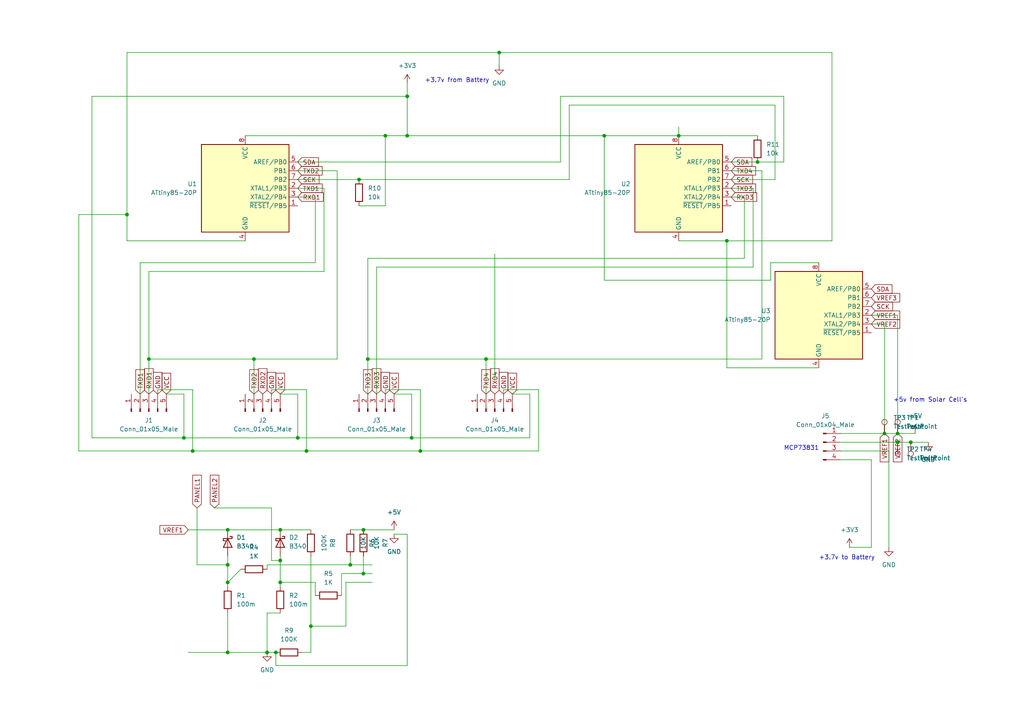
<source format=kicad_sch>
(kicad_sch (version 20211123) (generator eeschema)
  (paper "A4")
  (lib_symbols
    (symbol "Connector:Conn_01x04_Male" (pin_names (offset 1.016) hide)
      (property "Reference" "J" (at 0 5.08 0))
      (property "Value" "Conn_01x04_Male" (at 0 -7.62 0))
      (symbol "Conn_01x04_Male_1_1"
        (polyline (pts (xy 1.27 -5.08) (xy 0.8636 -5.08)) (stroke (width 0.1524)))
        (polyline (pts (xy 1.27 -2.54) (xy 0.8636 -2.54)) (stroke (width 0.1524)))
        (polyline (pts (xy 1.27 0) (xy 0.8636 0)) (stroke (width 0.1524)))
        (polyline (pts (xy 1.27 2.54) (xy 0.8636 2.54)) (stroke (width 0.1524)))
        (rectangle (start 0.8636 -4.953) (end 0 -5.207) (stroke (width 0.1524)) (fill (type outline)))
        (rectangle (start 0.8636 -2.413) (end 0 -2.667) (stroke (width 0.1524)) (fill (type outline)))
        (rectangle (start 0.8636 0.127) (end 0 -0.127) (stroke (width 0.1524)) (fill (type outline)))
        (rectangle (start 0.8636 2.667) (end 0 2.413) (stroke (width 0.1524)) (fill (type outline)))
        (pin passive line (at 5.08 2.54 180) (length 3.81) (name "Pin_1") (number "1"))
        (pin passive line (at 5.08 0 180) (length 3.81) (name "Pin_2") (number "2"))
        (pin passive line (at 5.08 -2.54 180) (length 3.81) (name "Pin_3") (number "3"))
        (pin passive line (at 5.08 -5.08 180) (length 3.81) (name "Pin_4") (number "4"))
      )
    )
    (symbol "Connector:Conn_01x05_Male" (pin_names (offset 1.016) hide)
      (property "Reference" "J" (at 0 7.62 0))
      (property "Value" "Conn_01x05_Male" (at 0 -7.62 0))
      (symbol "Conn_01x05_Male_1_1"
        (polyline (pts (xy 1.27 -5.08) (xy 0.8636 -5.08)) (stroke (width 0.1524)))
        (polyline (pts (xy 1.27 -2.54) (xy 0.8636 -2.54)) (stroke (width 0.1524)))
        (polyline (pts (xy 1.27 0) (xy 0.8636 0)) (stroke (width 0.1524)))
        (polyline (pts (xy 1.27 2.54) (xy 0.8636 2.54)) (stroke (width 0.1524)))
        (polyline (pts (xy 1.27 5.08) (xy 0.8636 5.08)) (stroke (width 0.1524)))
        (rectangle (start 0.8636 -4.953) (end 0 -5.207) (stroke (width 0.1524)) (fill (type outline)))
        (rectangle (start 0.8636 -2.413) (end 0 -2.667) (stroke (width 0.1524)) (fill (type outline)))
        (rectangle (start 0.8636 0.127) (end 0 -0.127) (stroke (width 0.1524)) (fill (type outline)))
        (rectangle (start 0.8636 2.667) (end 0 2.413) (stroke (width 0.1524)) (fill (type outline)))
        (rectangle (start 0.8636 5.207) (end 0 4.953) (stroke (width 0.1524)) (fill (type outline)))
        (pin passive line (at 5.08 5.08 180) (length 3.81) (name "Pin_1") (number "1"))
        (pin passive line (at 5.08 2.54 180) (length 3.81) (name "Pin_2") (number "2"))
        (pin passive line (at 5.08 0 180) (length 3.81) (name "Pin_3") (number "3"))
        (pin passive line (at 5.08 -2.54 180) (length 3.81) (name "Pin_4") (number "4"))
        (pin passive line (at 5.08 -5.08 180) (length 3.81) (name "Pin_5") (number "5"))
      )
    )
    (symbol "Connector:TestPoint" (pin_numbers hide) (pin_names (offset 0.762) hide)
      (property "Reference" "TP" (at 0 6.858 0))
      (property "Value" "TestPoint" (at 0 5.08 0))
      (symbol "TestPoint_0_1"
        (circle (center 0 3.302) (radius 0.762))
      )
      (symbol "TestPoint_1_1"
        (pin passive line (at 0 0 90) (length 2.54) (name "1") (number "1"))
      )
    )
    (symbol "Device:R" (pin_numbers hide) (pin_names (offset 0))
      (property "Reference" "R" (at 2.032 0 90))
      (property "Value" "R" (at 0 0 90))
      (symbol "R_0_1"
        (rectangle (start -1.016 -2.54) (end 1.016 2.54) (stroke (width 0.254)))
      )
      (symbol "R_1_1"
        (pin passive line (at 0 3.81 270) (length 1.27) (name "~") (number "1"))
        (pin passive line (at 0 -3.81 90) (length 1.27) (name "~") (number "2"))
      )
    )
    (symbol "Diode:B340" (pin_numbers hide) (pin_names (offset 1.016) hide)
      (property "Reference" "D" (at 0 2.54 0))
      (property "Value" "B340" (at 0 -2.54 0))
      (symbol "B340_0_1"
        (polyline (pts (xy 1.27 0) (xy -1.27 0)))
        (polyline (pts (xy 1.27 1.27) (xy 1.27 -1.27) (xy -1.27 0) (xy 1.27 1.27)) (stroke (width 0.254)))
        (polyline (pts (xy -1.905 0.635) (xy -1.905 1.27) (xy -1.27 1.27) (xy -1.27 -1.27) (xy -0.635 -1.27) (xy -0.635 -0.635)) (stroke (width 0.254)))
      )
      (symbol "B340_1_1"
        (pin passive line (at -3.81 0 0) (length 2.54) (name "K") (number "1"))
        (pin passive line (at 3.81 0 180) (length 2.54) (name "A") (number "2"))
      )
    )
    (symbol "MCU_Microchip_ATtiny:ATtiny85-20P"
      (property "Reference" "U" (at -12.7 13.97 0))
      (property "Value" "ATtiny85-20P" (at 2.54 -13.97 0))
      (symbol "ATtiny85-20P_0_1"
        (rectangle (start -12.7 -12.7) (end 12.7 12.7) (stroke (width 0.254)) (fill (type background)))
      )
      (symbol "ATtiny85-20P_1_1"
        (pin bidirectional line (at 15.24 -5.08 180) (length 2.54) (name "~{RESET}/PB5") (number "1"))
        (pin bidirectional line (at 15.24 0 180) (length 2.54) (name "XTAL1/PB3") (number "2"))
        (pin bidirectional line (at 15.24 -2.54 180) (length 2.54) (name "XTAL2/PB4") (number "3"))
        (pin power_in line (at 0 -15.24 90) (length 2.54) (name "GND") (number "4"))
        (pin bidirectional line (at 15.24 7.62 180) (length 2.54) (name "AREF/PB0") (number "5"))
        (pin bidirectional line (at 15.24 5.08 180) (length 2.54) (name "PB1") (number "6"))
        (pin bidirectional line (at 15.24 2.54 180) (length 2.54) (name "PB2") (number "7"))
        (pin power_in line (at 0 15.24 270) (length 2.54) (name "VCC") (number "8"))
      )
    )
    (symbol "power:+3.3V" (power) (pin_names (offset 0))
      (property "Value" "+3.3V" (at 0 3.556 0))
      (symbol "+3.3V_0_1"
        (polyline (pts (xy -0.762 1.27) (xy 0 2.54)))
        (polyline (pts (xy 0 0) (xy 0 2.54)))
        (polyline (pts (xy 0 2.54) (xy 0.762 1.27)))
      )
      (symbol "+3.3V_1_1"
        (pin power_in line (at 0 0 90) (length 0) hide (name "+3V3") (number "1"))
      )
    )
    (symbol "power:+5V" (power) (pin_names (offset 0))
      (property "Value" "+5V" (at 0 3.556 0))
      (symbol "+5V_0_1"
        (polyline (pts (xy -0.762 1.27) (xy 0 2.54)))
        (polyline (pts (xy 0 0) (xy 0 2.54)))
        (polyline (pts (xy 0 2.54) (xy 0.762 1.27)))
      )
      (symbol "+5V_1_1"
        (pin power_in line (at 0 0 90) (length 0) hide (name "+5V") (number "1"))
      )
    )
    (symbol "power:GND" (power) (pin_names (offset 0))
      (property "Value" "GND" (at 0 -3.81 0))
      (symbol "GND_0_1"
        (polyline (pts (xy 0 0) (xy 0 -1.27) (xy 1.27 -1.27) (xy 0 -2.54) (xy -1.27 -1.27) (xy 0 -1.27)))
      )
      (symbol "GND_1_1"
        (pin power_in line (at 0 0 270) (length 0) hide (name "GND") (number "1"))
      )
    )
  )
  (junction (at 256.54 125.73))
  (junction (at 36.83 62.23))
  (junction (at 53.34 127))
  (junction (at 81.28 153.67))
  (junction (at 43.18 104.14))
  (junction (at 264.16 128.27))
  (junction (at 175.26 39.37))
  (junction (at 86.36 127))
  (junction (at 118.11 39.37))
  (junction (at 73.66 104.14))
  (junction (at 105.41 153.67))
  (junction (at 219.71 46.99))
  (junction (at 260.35 128.27))
  (junction (at 90.17 181.61))
  (junction (at 104.14 52.07))
  (junction (at 66.04 189.23))
  (junction (at 210.82 69.85))
  (junction (at 66.04 168.91))
  (junction (at 260.35 125.73))
  (junction (at 105.41 166.37))
  (junction (at 55.88 130.81))
  (junction (at 140.97 104.14))
  (junction (at 196.85 39.37))
  (junction (at 119.38 127))
  (junction (at 106.68 104.14))
  (junction (at 144.78 15.24))
  (junction (at 81.28 168.91))
  (junction (at 88.9 130.81))
  (junction (at 101.6 163.83))
  (junction (at 81.28 162.56))
  (junction (at 77.47 189.23))
  (junction (at 118.11 27.94))
  (junction (at 111.76 39.37))
  (junction (at 66.04 153.67))
  (junction (at 121.92 130.81))
  (junction (at 80.01 189.23))
  (junction (at 66.04 163.83))
  (wire (pts (xy 121.92 113.03) (xy 121.92 130.81)))
  (wire (pts (xy 252.73 133.35) (xy 243.84 133.35)))
  (wire (pts (xy 66.04 161.29) (xy 66.04 163.83)))
  (wire (pts (xy 66.04 189.23) (xy 66.04 177.8)))
  (wire (pts (xy 97.79 49.53) (xy 86.36 49.53)))
  (wire (pts (xy 218.44 77.47) (xy 218.44 54.61)))
  (wire (pts (xy 260.35 91.44) (xy 252.73 91.44)))
  (wire (pts (xy 66.04 163.83) (xy 66.04 168.91)))
  (wire (pts (xy 264.16 128.27) (xy 269.24 128.27)))
  (wire (pts (xy 144.78 15.24) (xy 241.3 15.24)))
  (wire (pts (xy 88.9 130.81) (xy 55.88 130.81)))
  (wire (pts (xy 80.01 193.04) (xy 80.01 189.23)))
  (wire (pts (xy 107.95 166.37) (xy 105.41 166.37)))
  (wire (pts (xy 22.86 130.81) (xy 22.86 62.23)))
  (wire (pts (xy 26.67 127) (xy 26.67 27.94)))
  (wire (pts (xy 77.47 177.8) (xy 77.47 189.23)))
  (wire (pts (xy 55.88 113.03) (xy 55.88 130.81)))
  (wire (pts (xy 111.76 59.69) (xy 111.76 39.37)))
  (wire (pts (xy 55.88 130.81) (xy 22.86 130.81)))
  (wire (pts (xy 53.34 114.3) (xy 53.34 127)))
  (wire (pts (xy 104.14 59.69) (xy 111.76 59.69)))
  (wire (pts (xy 118.11 193.04) (xy 80.01 193.04)))
  (wire (pts (xy 107.95 163.83) (xy 101.6 163.83)))
  (wire (pts (xy 78.74 114.3) (xy 78.74 113.03)))
  (wire (pts (xy 111.76 113.03) (xy 121.92 113.03)))
  (wire (pts (xy 118.11 27.94) (xy 118.11 39.37)))
  (wire (pts (xy 165.1 30.48) (xy 224.79 30.48)))
  (wire (pts (xy 175.26 39.37) (xy 118.11 39.37)))
  (wire (pts (xy 73.66 104.14) (xy 97.79 104.14)))
  (wire (pts (xy 62.23 147.32) (xy 78.74 147.32)))
  (wire (pts (xy 144.78 15.24) (xy 36.83 15.24)))
  (wire (pts (xy 104.14 52.07) (xy 165.1 52.07)))
  (wire (pts (xy 106.68 104.14) (xy 106.68 74.93)))
  (wire (pts (xy 257.81 158.75) (xy 257.81 130.81)))
  (wire (pts (xy 36.83 69.85) (xy 71.12 69.85)))
  (wire (pts (xy 90.17 189.23) (xy 87.63 189.23)))
  (wire (pts (xy 227.33 27.94) (xy 227.33 46.99)))
  (wire (pts (xy 119.38 127) (xy 86.36 127)))
  (wire (pts (xy 241.3 15.24) (xy 241.3 69.85)))
  (wire (pts (xy 143.51 110.49) (xy 143.51 73.66)))
  (wire (pts (xy 260.35 125.73) (xy 260.35 91.44)))
  (wire (pts (xy 101.6 163.83) (xy 77.47 163.83)))
  (wire (pts (xy 220.98 104.14) (xy 220.98 49.53)))
  (wire (pts (xy 237.49 106.68) (xy 210.82 106.68)))
  (wire (pts (xy 81.28 153.67) (xy 90.17 153.67)))
  (wire (pts (xy 40.64 114.3) (xy 40.64 76.2)))
  (wire (pts (xy 223.52 81.28) (xy 223.52 76.2)))
  (wire (pts (xy 243.84 125.73) (xy 256.54 125.73)))
  (wire (pts (xy 241.3 69.85) (xy 210.82 69.85)))
  (wire (pts (xy 109.22 114.3) (xy 109.22 77.47)))
  (wire (pts (xy 73.66 114.3) (xy 73.66 104.14)))
  (wire (pts (xy 219.71 46.99) (xy 212.09 46.99)))
  (wire (pts (xy 99.06 166.37) (xy 99.06 172.72)))
  (wire (pts (xy 114.3 114.3) (xy 119.38 114.3)))
  (wire (pts (xy 146.05 114.3) (xy 146.05 113.03)))
  (wire (pts (xy 81.28 161.29) (xy 81.28 162.56)))
  (wire (pts (xy 106.68 114.3) (xy 106.68 104.14)))
  (wire (pts (xy 78.74 113.03) (xy 88.9 113.03)))
  (wire (pts (xy 260.35 128.27) (xy 264.16 128.27)))
  (wire (pts (xy 105.41 153.67) (xy 114.3 153.67)))
  (wire (pts (xy 175.26 81.28) (xy 223.52 81.28)))
  (wire (pts (xy 156.21 113.03) (xy 156.21 130.81)))
  (wire (pts (xy 196.85 39.37) (xy 175.26 39.37)))
  (wire (pts (xy 105.41 161.29) (xy 105.41 166.37)))
  (wire (pts (xy 140.97 114.3) (xy 140.97 104.14)))
  (wire (pts (xy 224.79 52.07) (xy 212.09 52.07)))
  (wire (pts (xy 66.04 168.91) (xy 69.85 165.1)))
  (wire (pts (xy 81.28 114.3) (xy 86.36 114.3)))
  (wire (pts (xy 146.05 113.03) (xy 156.21 113.03)))
  (wire (pts (xy 162.56 27.94) (xy 227.33 27.94)))
  (wire (pts (xy 97.79 104.14) (xy 97.79 49.53)))
  (wire (pts (xy 119.38 114.3) (xy 119.38 127)))
  (wire (pts (xy 86.36 52.07) (xy 104.14 52.07)))
  (wire (pts (xy 90.17 161.29) (xy 90.17 181.61)))
  (wire (pts (xy 77.47 163.83) (xy 77.47 165.1)))
  (wire (pts (xy 22.86 62.23) (xy 36.83 62.23)))
  (wire (pts (xy 91.44 168.91) (xy 91.44 172.72)))
  (wire (pts (xy 36.83 62.23) (xy 36.83 69.85)))
  (wire (pts (xy 227.33 46.99) (xy 219.71 46.99)))
  (wire (pts (xy 111.76 39.37) (xy 118.11 39.37)))
  (wire (pts (xy 66.04 168.91) (xy 66.04 170.18)))
  (wire (pts (xy 66.04 153.67) (xy 54.61 153.67)))
  (wire (pts (xy 148.59 114.3) (xy 153.67 114.3)))
  (wire (pts (xy 105.41 166.37) (xy 99.06 166.37)))
  (wire (pts (xy 144.78 19.05) (xy 144.78 15.24)))
  (wire (pts (xy 243.84 128.27) (xy 260.35 128.27)))
  (wire (pts (xy 43.18 104.14) (xy 73.66 104.14)))
  (wire (pts (xy 57.15 147.32) (xy 57.15 163.83)))
  (wire (pts (xy 57.15 163.83) (xy 66.04 163.83)))
  (wire (pts (xy 109.22 77.47) (xy 218.44 77.47)))
  (wire (pts (xy 260.35 125.73) (xy 265.43 125.73)))
  (wire (pts (xy 111.76 114.3) (xy 111.76 113.03)))
  (wire (pts (xy 118.11 154.94) (xy 118.11 193.04)))
  (wire (pts (xy 81.28 168.91) (xy 81.28 170.18)))
  (wire (pts (xy 90.17 181.61) (xy 90.17 189.23)))
  (wire (pts (xy 114.3 154.94) (xy 118.11 154.94)))
  (wire (pts (xy 66.04 153.67) (xy 81.28 153.67)))
  (wire (pts (xy 81.28 177.8) (xy 77.47 177.8)))
  (wire (pts (xy 257.81 130.81) (xy 243.84 130.81)))
  (wire (pts (xy 93.98 78.74) (xy 93.98 54.61)))
  (wire (pts (xy 100.33 168.91) (xy 100.33 181.61)))
  (wire (pts (xy 220.98 49.53) (xy 212.09 49.53)))
  (wire (pts (xy 91.44 76.2) (xy 91.44 57.15)))
  (wire (pts (xy 88.9 113.03) (xy 88.9 130.81)))
  (wire (pts (xy 78.74 162.56) (xy 81.28 162.56)))
  (wire (pts (xy 256.54 125.73) (xy 260.35 125.73)))
  (wire (pts (xy 100.33 181.61) (xy 90.17 181.61)))
  (wire (pts (xy 71.12 39.37) (xy 111.76 39.37)))
  (wire (pts (xy 36.83 15.24) (xy 36.83 62.23)))
  (wire (pts (xy 77.47 189.23) (xy 80.01 189.23)))
  (wire (pts (xy 106.68 104.14) (xy 140.97 104.14)))
  (wire (pts (xy 210.82 69.85) (xy 196.85 69.85)))
  (wire (pts (xy 53.34 127) (xy 26.67 127)))
  (wire (pts (xy 218.44 54.61) (xy 212.09 54.61)))
  (wire (pts (xy 215.9 57.15) (xy 212.09 57.15)))
  (wire (pts (xy 43.18 114.3) (xy 43.18 104.14)))
  (wire (pts (xy 106.68 74.93) (xy 215.9 74.93)))
  (wire (pts (xy 210.82 69.85) (xy 210.82 106.68)))
  (wire (pts (xy 140.97 104.14) (xy 220.98 104.14)))
  (wire (pts (xy 81.28 162.56) (xy 81.28 168.91)))
  (wire (pts (xy 252.73 158.75) (xy 252.73 133.35)))
  (wire (pts (xy 81.28 168.91) (xy 91.44 168.91)))
  (wire (pts (xy 43.18 78.74) (xy 93.98 78.74)))
  (wire (pts (xy 40.64 76.2) (xy 91.44 76.2)))
  (wire (pts (xy 86.36 114.3) (xy 86.36 127)))
  (wire (pts (xy 153.67 114.3) (xy 153.67 127)))
  (wire (pts (xy 45.72 113.03) (xy 55.88 113.03)))
  (wire (pts (xy 165.1 52.07) (xy 165.1 30.48)))
  (wire (pts (xy 215.9 74.93) (xy 215.9 57.15)))
  (wire (pts (xy 91.44 57.15) (xy 86.36 57.15)))
  (wire (pts (xy 224.79 30.48) (xy 224.79 52.07)))
  (wire (pts (xy 256.54 125.73) (xy 256.54 93.98)))
  (wire (pts (xy 101.6 161.29) (xy 101.6 163.83)))
  (wire (pts (xy 45.72 114.3) (xy 45.72 113.03)))
  (wire (pts (xy 196.85 39.37) (xy 219.71 39.37)))
  (wire (pts (xy 101.6 153.67) (xy 105.41 153.67)))
  (wire (pts (xy 256.54 93.98) (xy 252.73 93.98)))
  (wire (pts (xy 196.85 36.83) (xy 196.85 39.37)))
  (wire (pts (xy 78.74 147.32) (xy 78.74 162.56)))
  (wire (pts (xy 26.67 27.94) (xy 118.11 27.94)))
  (wire (pts (xy 223.52 76.2) (xy 237.49 76.2)))
  (wire (pts (xy 175.26 39.37) (xy 175.26 81.28)))
  (wire (pts (xy 86.36 54.61) (xy 93.98 54.61)))
  (wire (pts (xy 54.61 189.23) (xy 66.04 189.23)))
  (wire (pts (xy 86.36 127) (xy 53.34 127)))
  (wire (pts (xy 107.95 168.91) (xy 100.33 168.91)))
  (wire (pts (xy 48.26 114.3) (xy 53.34 114.3)))
  (wire (pts (xy 153.67 127) (xy 119.38 127)))
  (wire (pts (xy 246.38 158.75) (xy 252.73 158.75)))
  (wire (pts (xy 118.11 24.13) (xy 118.11 27.94)))
  (wire (pts (xy 77.47 189.23) (xy 66.04 189.23)))
  (wire (pts (xy 86.36 46.99) (xy 162.56 46.99)))
  (wire (pts (xy 156.21 130.81) (xy 121.92 130.81)))
  (wire (pts (xy 43.18 104.14) (xy 43.18 78.74)))
  (wire (pts (xy 121.92 130.81) (xy 88.9 130.81)))
  (wire (pts (xy 162.56 46.99) (xy 162.56 27.94)))
  (text "+3.7v to Battery" (at 237.49 162.56 0) (effects (font (size 1.27 1.27)) (justify left bottom)))
  (text "+5v from Solar Cell's" (at 259.08 116.84 0) (effects (font (size 1.27 1.27)) (justify left bottom)))
  (text "MCP73831" (at 227.33 130.81 0) (effects (font (size 1.27 1.27)) (justify left bottom)))
  (text "+3.7v from Battery" (at 123.19 24.13 0) (effects (font (size 1.27 1.27)) (justify left bottom)))
  (global_label "TXD4" (shape input) (at 140.97 114.3 90) (property "Intersheet References" "${INTERSHEET_REFS}" (effects hide)))
  (global_label "RXD4" (shape input) (at 143.51 114.3 90) (property "Intersheet References" "${INTERSHEET_REFS}" (effects hide)))
  (global_label "RXD1" (shape input) (at 86.36 57.15 0) (property "Intersheet References" "${INTERSHEET_REFS}" (effects hide)))
  (global_label "GND" (shape input) (at 45.72 114.3 90) (property "Intersheet References" "${INTERSHEET_REFS}" (effects hide)))
  (global_label "VREF1" (shape input) (at 54.61 153.67 180) (property "Intersheet References" "${INTERSHEET_REFS}" (effects hide)))
  (global_label "TXD1" (shape input) (at 40.64 114.3 90) (property "Intersheet References" "${INTERSHEET_REFS}" (effects hide)))
  (global_label "VCC" (shape input) (at 148.59 114.3 90) (property "Intersheet References" "${INTERSHEET_REFS}" (effects hide)))
  (global_label "VREF1" (shape input) (at 256.54 125.73 270) (property "Intersheet References" "${INTERSHEET_REFS}" (effects hide)))
  (global_label "SDA" (shape input) (at 86.36 46.99 0) (property "Intersheet References" "${INTERSHEET_REFS}" (effects hide)))
  (global_label "GND" (shape input) (at 111.76 114.3 90) (property "Intersheet References" "${INTERSHEET_REFS}" (effects hide)))
  (global_label "TXD1" (shape input) (at 86.36 54.61 0) (property "Intersheet References" "${INTERSHEET_REFS}" (effects hide)))
  (global_label "VREF2" (shape input) (at 260.35 125.73 270) (property "Intersheet References" "${INTERSHEET_REFS}" (effects hide)))
  (global_label "TXD2" (shape input) (at 86.36 49.53 0) (property "Intersheet References" "${INTERSHEET_REFS}" (effects hide)))
  (global_label "SDA" (shape input) (at 252.73 83.82 0) (property "Intersheet References" "${INTERSHEET_REFS}" (effects hide)))
  (global_label "SDA" (shape input) (at 212.09 46.99 0) (property "Intersheet References" "${INTERSHEET_REFS}" (effects hide)))
  (global_label "VCC" (shape input) (at 48.26 114.3 90) (property "Intersheet References" "${INTERSHEET_REFS}" (effects hide)))
  (global_label "RXD2" (shape input) (at 76.2 114.3 90) (property "Intersheet References" "${INTERSHEET_REFS}" (effects hide)))
  (global_label "PANEL2" (shape input) (at 62.23 147.32 90) (property "Intersheet References" "${INTERSHEET_REFS}" (effects hide)))
  (global_label "TXD2" (shape input) (at 73.66 114.3 90) (property "Intersheet References" "${INTERSHEET_REFS}" (effects hide)))
  (global_label "GND" (shape input) (at 146.05 114.3 90) (property "Intersheet References" "${INTERSHEET_REFS}" (effects hide)))
  (global_label "PANEL1" (shape input) (at 57.15 147.32 90) (property "Intersheet References" "${INTERSHEET_REFS}" (effects hide)))
  (global_label "RXD3" (shape input) (at 212.09 57.15 0) (property "Intersheet References" "${INTERSHEET_REFS}" (effects hide)))
  (global_label "RXD3" (shape input) (at 109.22 114.3 90) (property "Intersheet References" "${INTERSHEET_REFS}" (effects hide)))
  (global_label "VREF3" (shape input) (at 252.73 86.36 0) (property "Intersheet References" "${INTERSHEET_REFS}" (effects hide)))
  (global_label "SCK" (shape input) (at 212.09 52.07 0) (property "Intersheet References" "${INTERSHEET_REFS}" (effects hide)))
  (global_label "SCK" (shape input) (at 86.36 52.07 0) (property "Intersheet References" "${INTERSHEET_REFS}" (effects hide)))
  (global_label "VREF2" (shape input) (at 252.73 93.98 0) (property "Intersheet References" "${INTERSHEET_REFS}" (effects hide)))
  (global_label "VCC" (shape input) (at 81.28 114.3 90) (property "Intersheet References" "${INTERSHEET_REFS}" (effects hide)))
  (global_label "TXD4" (shape input) (at 212.09 49.53 0) (property "Intersheet References" "${INTERSHEET_REFS}" (effects hide)))
  (global_label "VCC" (shape input) (at 114.3 114.3 90) (property "Intersheet References" "${INTERSHEET_REFS}" (effects hide)))
  (global_label "TXD3" (shape input) (at 212.09 54.61 0) (property "Intersheet References" "${INTERSHEET_REFS}" (effects hide)))
  (global_label "SCK" (shape input) (at 252.73 88.9 0) (property "Intersheet References" "${INTERSHEET_REFS}" (effects hide)))
  (global_label "RXD1" (shape input) (at 43.18 114.3 90) (property "Intersheet References" "${INTERSHEET_REFS}" (effects hide)))
  (global_label "VREF1" (shape input) (at 252.73 91.44 0) (property "Intersheet References" "${INTERSHEET_REFS}" (effects hide)))
  (global_label "TXD3" (shape input) (at 106.68 114.3 90) (property "Intersheet References" "${INTERSHEET_REFS}" (effects hide)))
  (global_label "GND" (shape input) (at 78.74 114.3 90) (property "Intersheet References" "${INTERSHEET_REFS}" (effects hide)))
  (symbol (lib_id "MCU_Microchip_ATtiny:ATtiny85-20P") (at 237.49 91.44 0) (unit 1)
    (property "Reference" "U3" (at 223.52 90.1699 0) (effects (justify right)))
    (property "Value" "ATtiny85-20P" (at 223.52 92.7099 0) (effects (justify right)))
    (property "Footprint" "Package_DIP:DIP-8_W7.62mm" (effects hide))
    (property "Datasheet" "http://ww1.microchip.com/downloads/en/DeviceDoc/atmel-2586-avr-8-bit-microcontroller-attiny25-attiny45-attiny85_datasheet.pdf" (effects hide))
  )
  (symbol (lib_id "Device:R") (at 219.71 43.18 0) (unit 1)
    (property "Reference" "R11" (at 222.25 41.9099 0) (effects (justify left)))
    (property "Value" "10k" (at 222.25 44.4499 0) (effects (justify left)))
    (property "Footprint" "Resistor_THT:R_Axial_DIN0204_L3.6mm_D1.6mm_P5.08mm_Horizontal" (effects hide))
  )
  (symbol (lib_id "power:GND") (at 144.78 19.05 0) (unit 1)
    (property "Reference" "#PWR0106" (effects hide))
    (property "Value" "GND" (at 144.78 24.13 0))
  )
  (symbol (lib_id "power:GND") (at 114.3 154.94 0) (unit 1)
    (property "Reference" "#PWR0108" (effects hide))
    (property "Value" "GND" (at 114.3 160.02 0))
  )
  (symbol (lib_id "power:+5V") (at 114.3 153.67 0) (unit 1)
    (property "Reference" "#PWR0109" (effects hide))
    (property "Value" "+5V" (at 114.3 148.59 0))
  )
  (symbol (lib_id "Device:R") (at 104.14 55.88 0) (unit 1)
    (property "Reference" "R10" (at 106.68 54.6099 0) (effects (justify left)))
    (property "Value" "10k" (at 106.68 57.1499 0) (effects (justify left)))
    (property "Footprint" "Resistor_THT:R_Axial_DIN0204_L3.6mm_D1.6mm_P5.08mm_Horizontal" (effects hide))
  )
  (symbol (lib_id "Device:R") (at 101.6 157.48 0) (unit 1)
    (property "Reference" "R6" (at 107.95 157.48 90))
    (property "Value" "10K" (at 105.41 157.48 90))
    (property "Footprint" "Resistor_THT:R_Axial_DIN0204_L3.6mm_D1.6mm_P5.08mm_Horizontal" (effects hide))
  )
  (symbol (lib_id "Device:R") (at 83.82 189.23 90) (unit 1)
    (property "Reference" "R9" (at 83.82 182.88 90))
    (property "Value" "100K" (at 83.82 185.42 90))
    (property "Footprint" "Resistor_THT:R_Axial_DIN0204_L3.6mm_D1.6mm_P5.08mm_Horizontal" (effects hide))
  )
  (symbol (lib_id "power:GND") (at 257.81 158.75 0) (unit 1)
    (property "Reference" "#PWR0104" (effects hide))
    (property "Value" "GND" (at 257.81 163.83 0))
  )
  (symbol (lib_id "Connector:TestPoint") (at 264.16 128.27 180) (unit 1)
    (property "Reference" "TP4" (at 266.7 130.3019 0) (effects (justify right)))
    (property "Value" "TestPoint" (at 266.7 132.8419 0) (effects (justify right)))
    (property "Footprint" "TestPoint:TestPoint_Pad_2.5x2.5mm" (effects hide))
  )
  (symbol (lib_id "Connector:Conn_01x04_Male") (at 238.76 128.27 0) (unit 1)
    (property "Reference" "J5" (at 239.395 120.65 0))
    (property "Value" "Conn_01x04_Male" (at 239.395 123.19 0))
    (property "Footprint" "Connector_PinHeader_2.54mm:PinHeader_1x04_P2.54mm_Vertical" (effects hide))
  )
  (symbol (lib_id "MCU_Microchip_ATtiny:ATtiny85-20P") (at 71.12 54.61 0) (unit 1)
    (property "Reference" "U1" (at 57.15 53.3399 0) (effects (justify right)))
    (property "Value" "ATtiny85-20P" (at 57.15 55.8799 0) (effects (justify right)))
    (property "Footprint" "Package_DIP:DIP-8_W7.62mm" (effects hide))
    (property "Datasheet" "http://ww1.microchip.com/downloads/en/DeviceDoc/atmel-2586-avr-8-bit-microcontroller-attiny25-attiny45-attiny85_datasheet.pdf" (effects hide))
  )
  (symbol (lib_id "power:+3.3V") (at 246.38 158.75 0) (unit 1)
    (property "Reference" "#PWR0105" (effects hide))
    (property "Value" "+3.3V" (at 246.38 153.67 0))
  )
  (symbol (lib_id "Device:R") (at 73.66 165.1 90) (unit 1)
    (property "Reference" "R4" (at 73.66 158.75 90))
    (property "Value" "1K" (at 73.66 161.29 90))
    (property "Footprint" "Resistor_THT:R_Axial_DIN0204_L3.6mm_D1.6mm_P5.08mm_Horizontal" (effects hide))
  )
  (symbol (lib_id "Connector:TestPoint") (at 260.35 128.27 180) (unit 1)
    (property "Reference" "TP2" (at 262.89 130.3019 0) (effects (justify right)))
    (property "Value" "TestPoint" (at 262.89 132.8419 0) (effects (justify right)))
    (property "Footprint" "TestPoint:TestPoint_Pad_2.5x2.5mm" (effects hide))
  )
  (symbol (lib_id "Device:R") (at 81.28 173.99 0) (unit 1)
    (property "Reference" "R2" (at 83.82 172.7199 0) (effects (justify left)))
    (property "Value" "100m" (at 83.82 175.2599 0) (effects (justify left)))
    (property "Footprint" "Resistor_THT:R_Axial_DIN0204_L3.6mm_D1.6mm_P5.08mm_Horizontal" (effects hide))
  )
  (symbol (lib_id "MCU_Microchip_ATtiny:ATtiny85-20P") (at 196.85 54.61 0) (unit 1)
    (property "Reference" "U2" (at 182.88 53.3399 0) (effects (justify right)))
    (property "Value" "ATtiny85-20P" (at 182.88 55.8799 0) (effects (justify right)))
    (property "Footprint" "Package_DIP:DIP-8_W7.62mm" (effects hide))
    (property "Datasheet" "http://ww1.microchip.com/downloads/en/DeviceDoc/atmel-2586-avr-8-bit-microcontroller-attiny25-attiny45-attiny85_datasheet.pdf" (effects hide))
  )
  (symbol (lib_id "power:+3.3V") (at 118.11 24.13 0) (unit 1)
    (property "Reference" "#PWR0101" (effects hide))
    (property "Value" "+3.3V" (at 118.11 19.05 0))
  )
  (symbol (lib_id "Connector:TestPoint") (at 260.35 125.73 0) (unit 1)
    (property "Reference" "TP1" (at 262.89 121.1579 0) (effects (justify left)))
    (property "Value" "TestPoint" (at 262.89 123.6979 0) (effects (justify left)))
    (property "Footprint" "TestPoint:TestPoint_Pad_2.5x2.5mm" (effects hide))
  )
  (symbol (lib_id "Diode:B340") (at 81.28 157.48 270) (unit 1)
    (property "Reference" "D2" (at 83.82 155.8924 90) (effects (justify left)))
    (property "Value" "B340" (at 83.82 158.4324 90) (effects (justify left)))
    (property "Footprint" "Diode_SMD:D_SMC_Handsoldering" (effects hide))
    (property "Datasheet" "http://www.jameco.com/Jameco/Products/ProdDS/1538777.pdf" (effects hide))
  )
  (symbol (lib_id "Connector:TestPoint") (at 256.54 125.73 0) (unit 1)
    (property "Reference" "TP3" (at 259.08 121.1579 0) (effects (justify left)))
    (property "Value" "TestPoint" (at 259.08 123.6979 0) (effects (justify left)))
    (property "Footprint" "TestPoint:TestPoint_Pad_2.5x2.5mm" (effects hide))
  )
  (symbol (lib_id "Diode:B340") (at 66.04 157.48 270) (unit 1)
    (property "Reference" "D1" (at 68.58 155.8924 90) (effects (justify left)))
    (property "Value" "B340" (at 68.58 158.4324 90) (effects (justify left)))
    (property "Footprint" "Diode_SMD:D_SMC_Handsoldering" (effects hide))
    (property "Datasheet" "http://www.jameco.com/Jameco/Products/ProdDS/1538777.pdf" (effects hide))
  )
  (symbol (lib_id "power:GND") (at 77.47 189.23 0) (unit 1)
    (property "Reference" "#PWR0107" (effects hide))
    (property "Value" "GND" (at 77.47 194.31 0))
  )
  (symbol (lib_id "Device:R") (at 105.41 157.48 0) (unit 1)
    (property "Reference" "R7" (at 111.76 157.48 90))
    (property "Value" "10K" (at 109.22 157.48 90))
    (property "Footprint" "Resistor_THT:R_Axial_DIN0204_L3.6mm_D1.6mm_P5.08mm_Horizontal" (effects hide))
  )
  (symbol (lib_id "Connector:Conn_01x05_Male") (at 76.2 119.38 90) (unit 1)
    (property "Reference" "J2" (at 76.2 121.92 90))
    (property "Value" "Conn_01x05_Male" (at 76.2 124.46 90))
    (property "Footprint" "Connector_PinHeader_2.54mm:PinHeader_1x05_P2.54mm_Vertical" (effects hide))
  )
  (symbol (lib_id "Device:R") (at 95.25 172.72 90) (unit 1)
    (property "Reference" "R5" (at 95.25 166.37 90))
    (property "Value" "1K" (at 95.25 168.91 90))
    (property "Footprint" "Resistor_THT:R_Axial_DIN0204_L3.6mm_D1.6mm_P5.08mm_Horizontal" (effects hide))
  )
  (symbol (lib_id "Connector:Conn_01x05_Male") (at 143.51 119.38 90) (unit 1)
    (property "Reference" "J4" (at 143.51 121.92 90))
    (property "Value" "Conn_01x05_Male" (at 143.51 124.46 90))
    (property "Footprint" "Connector_PinHeader_2.54mm:PinHeader_1x05_P2.54mm_Vertical" (effects hide))
  )
  (symbol (lib_id "Connector:Conn_01x05_Male") (at 43.18 119.38 90) (unit 1)
    (property "Reference" "J1" (at 43.18 121.92 90))
    (property "Value" "Conn_01x05_Male" (at 43.18 124.46 90))
    (property "Footprint" "Connector_PinHeader_2.54mm:PinHeader_1x05_P2.54mm_Vertical" (effects hide))
  )
  (symbol (lib_id "power:GND") (at 269.24 128.27 0) (unit 1)
    (property "Reference" "#PWR0103" (effects hide))
    (property "Value" "GND" (at 269.24 133.35 0))
  )
  (symbol (lib_id "power:+5V") (at 265.43 125.73 0) (unit 1)
    (property "Reference" "#PWR0102" (effects hide))
    (property "Value" "+5V" (at 265.43 120.65 0))
  )
  (symbol (lib_id "Connector:Conn_01x05_Male") (at 109.22 119.38 90) (unit 1)
    (property "Reference" "J3" (at 109.22 121.92 90))
    (property "Value" "Conn_01x05_Male" (at 109.22 124.46 90))
    (property "Footprint" "Connector_PinHeader_2.54mm:PinHeader_1x05_P2.54mm_Vertical" (effects hide))
  )
  (symbol (lib_id "Device:R") (at 90.17 157.48 0) (unit 1)
    (property "Reference" "R8" (at 96.52 157.48 90))
    (property "Value" "100K" (at 93.98 157.48 90))
    (property "Footprint" "Resistor_THT:R_Axial_DIN0204_L3.6mm_D1.6mm_P5.08mm_Horizontal" (effects hide))
  )
  (symbol (lib_id "Device:R") (at 66.04 173.99 0) (unit 1)
    (property "Reference" "R1" (at 68.58 172.7199 0) (effects (justify left)))
    (property "Value" "100m" (at 68.58 175.2599 0) (effects (justify left)))
    (property "Footprint" "Resistor_THT:R_Axial_DIN0204_L3.6mm_D1.6mm_P5.08mm_Horizontal" (effects hide))
  )
)
</source>
